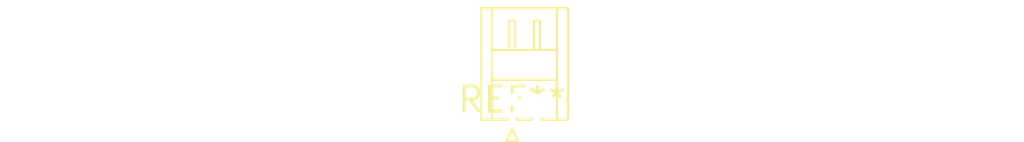
<source format=kicad_pcb>
(kicad_pcb (version 20240108) (generator pcbnew)
  (layers (0 "F.Cu" signal) (31 "B.Cu" signal) (34 "B.Paste" user) (35 "F.Paste" user) (36 "B.SilkS" user "B.Silkscreen") (37 "F.SilkS" user "F.Silkscreen") (38 "B.Mask" user) (39 "F.Mask" user) (44 "Edge.Cuts" user))
  (net 0 "")
  (footprint "Hirose_DF13-02P-1.25DS_1x02_P1.25mm_Horizontal" (layer "F.Cu") (at 0 0)
    (property "Reference" "REF**")
    (property "Value" "Hirose_DF13-02P-1.25DS_1x02_P1.25mm_Horizontal")
    (fp_line (start -1.56 -4.61) (end 2.81 -4.61) (layer "F.SilkS") (stroke (width 0.12)))
    (fp_line (start -1.56 1.01) (end -1.56 -4.61) (layer "F.SilkS") (stroke (width 0.12)))
    (fp_line (start -1.01 -4.61) (end -1.01 1.01) (layer "F.SilkS") (stroke (width 0.12)))
    (fp_line (start -1.01 -2.5) (end 2.26 -2.5) (layer "F.SilkS") (stroke (width 0.12)))
    (fp_line (start -1.01 -1) (end 2.26 -1) (layer "F.SilkS") (stroke (width 0.12)))
    (fp_line (start -0.3 2.1) (end 0.3 2.1) (layer "F.SilkS") (stroke (width 0.12)))
    (fp_line (start -0.25 0.96) (end -0.25 1.01) (layer "F.SilkS") (stroke (width 0.12)))
    (fp_line (start -0.25 1.01) (end -1.56 1.01) (layer "F.SilkS") (stroke (width 0.12)))
    (fp_line (start -0.15 -3.9625) (end 0 -4) (layer "F.SilkS") (stroke (width 0.12)))
    (fp_line (start -0.15 -2.5) (end -0.15 -3.9625) (layer "F.SilkS") (stroke (width 0.12)))
    (fp_line (start 0 -4) (end 0.15 -3.9625) (layer "F.SilkS") (stroke (width 0.12)))
    (fp_line (start 0 1.5) (end -0.3 2.1) (layer "F.SilkS") (stroke (width 0.12)))
    (fp_line (start 0.15 -3.9625) (end 0.15 -2.5) (layer "F.SilkS") (stroke (width 0.12)))
    (fp_line (start 0.25 0.96) (end 0.25 1.01) (layer "F.SilkS") (stroke (width 0.12)))
    (fp_line (start 0.25 1.01) (end 1 1.01) (layer "F.SilkS") (stroke (width 0.12)))
    (fp_line (start 0.3 2.1) (end 0 1.5) (layer "F.SilkS") (stroke (width 0.12)))
    (fp_line (start 1 1.01) (end 1 0.96) (layer "F.SilkS") (stroke (width 0.12)))
    (fp_line (start 1.1 -3.9625) (end 1.25 -4) (layer "F.SilkS") (stroke (width 0.12)))
    (fp_line (start 1.1 -2.5) (end 1.1 -3.9625) (layer "F.SilkS") (stroke (width 0.12)))
    (fp_line (start 1.25 -4) (end 1.4 -3.9625) (layer "F.SilkS") (stroke (width 0.12)))
    (fp_line (start 1.4 -3.9625) (end 1.4 -2.5) (layer "F.SilkS") (stroke (width 0.12)))
    (fp_line (start 1.5 1.01) (end 1.5 0.96) (layer "F.SilkS") (stroke (width 0.12)))
    (fp_line (start 2.26 -4.61) (end 2.26 1.01) (layer "F.SilkS") (stroke (width 0.12)))
    (fp_line (start 2.81 -4.61) (end 2.81 1.01) (layer "F.SilkS") (stroke (width 0.12)))
    (fp_line (start 2.81 1.01) (end 1.5 1.01) (layer "F.SilkS") (stroke (width 0.12)))
    (pad "1" thru_hole roundrect (at 0 0) (size 0.9 1.4) (drill 0.6) (layers *.Cu *.Mask) (remove_unused_layers))
    (pad "2" thru_hole oval (at 1.25 0) (size 0.9 1.4) (drill 0.6) (layers *.Cu *.Mask) (remove_unused_layers))
  )
)
</source>
